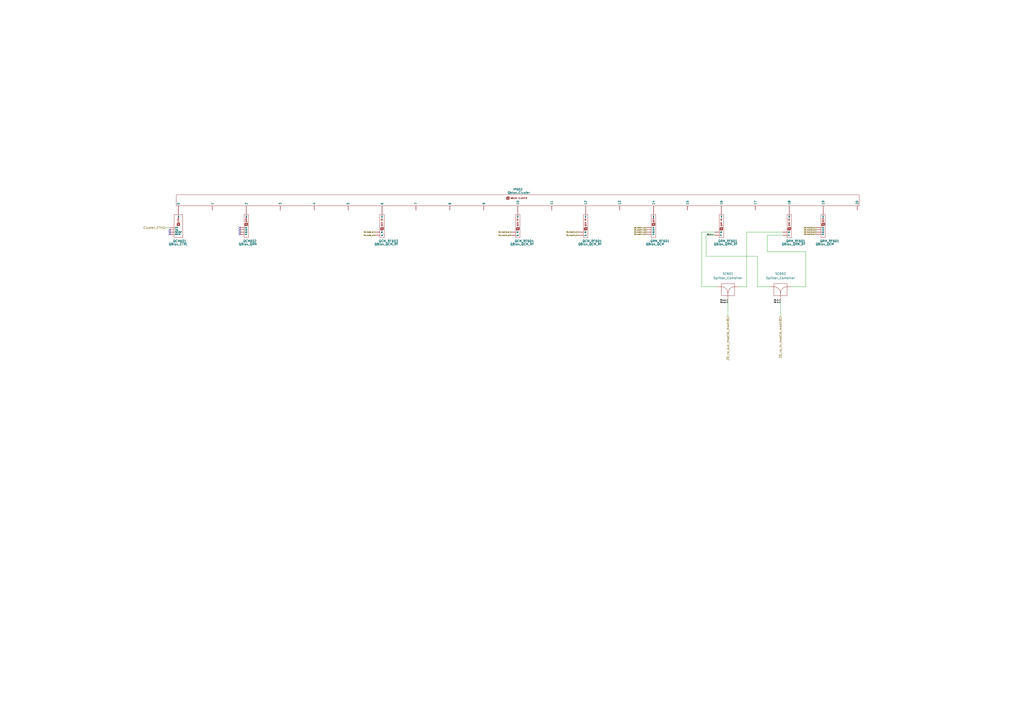
<source format=kicad_sch>
(kicad_sch (version 20230121) (generator eeschema)
  (paper "A2")
  (lib_symbols
    (symbol "Quantum Computing:QBlox_CTRL" (on_board no)
      (property "Reference" "QCM" (at -1.905 -2.032 0))
      (property "Value" "QBlox_CTRL" (at -4.445 -3.81 0))
      (symbol "QBlox_CTRL_0_0"
        (rectangle (start -1.27 13.335) (end 3.81 0))
        (polyline (pts (xy 1.905 6.985) (xy 2.1394 7.2206) (xy 2.124 8.4684) (xy 0.8708 8.4836) (xy 0.7311 8.3405) (xy 0.9734 8.3405) (xy 1.923 8.3405) (xy 1.7831 8.1985) (xy 1.6432 8.0564) (xy 0.9734 8.0564) (xy 0.9734 8.3405) (xy 0.7311 8.3405) (xy 0.638 8.2451) (xy 0.4666 8.0695) (xy 0.6456 8.0695) (xy 0.6726 8.0937) (xy 0.7205 8.1365) (xy 0.7768 8.2003) (xy 0.83 8.2695) (xy 0.8307 8.1629) (xy 0.8307 8.1389) (xy 0.8243 8.0818) (xy 0.795 8.0599) (xy 0.7264 8.0564) (xy 0.7223 8.0564) (xy 0.6596 8.0588) (xy 0.6456 8.0695) (xy 0.4666 8.0695) (xy 0.4051 8.0065) (xy 0.4051 7.3909) (xy 0.4065 7.1729) (xy 0.4104 7.0072) (xy 0.4128 6.9647) (xy 0.5472 6.9647) (xy 0.5472 7.9428) (xy 0.8313 7.9428) (xy 0.9734 7.9428) (xy 1.5984 7.9428) (xy 1.5984 7.2893) (xy 0.9734 7.2893) (xy 0.9734 7.9428) (xy 0.8313 7.9428) (xy 0.8313 7.2862) (xy 1.7405 7.2862) (xy 1.7405 7.9875) (xy 1.8832 8.1281) (xy 2.026 8.2688) (xy 2.0182 7.7861) (xy 2.0104 7.3035) (xy 1.8754 7.2948) (xy 1.7405 7.2862) (xy 0.8313 7.2862) (xy 0.8313 7.2445) (xy 0.6892 7.1046) (xy 0.5472 6.9647) (xy 0.4128 6.9647) (xy 0.4169 6.8915) (xy 0.6488 6.8915) (xy 0.7887 7.0336) (xy 0.9286 7.1756) (xy 1.5984 7.1756) (xy 1.5984 7.0829) (xy 1.7263 7.0829) (xy 1.7316 7.146) (xy 1.7585 7.1711) (xy 1.8242 7.1756) (xy 1.9221 7.1756) (xy 1.8257 7.0762) (xy 1.7924 7.042) (xy 1.7465 6.9951) (xy 1.7278 6.9768) (xy 1.7276 6.9776) (xy 1.7267 7.0104) (xy 1.7263 7.0762) (xy 1.7263 7.0829) (xy 1.5984 7.0829) (xy 1.5984 6.8915) (xy 0.6488 6.8915) (xy 0.4169 6.8915) (xy 0.417 6.8898) (xy 0.4265 6.8166) (xy 0.4392 6.7836) (xy 0.441 6.782) (xy 0.4782 6.7697) (xy 0.5557 6.7605) (xy 0.6779 6.7542) (xy 0.8486 6.7506) (xy 1.072 6.7495) (xy 1.6707 6.7495) (xy 1.905 6.985)) (stroke (width 0.01)) (fill (type outline)))
        (text "CTRL" (at 1.27 10.16 900) (effects (font (size 0.8 0.8))))
      )
      (symbol "QBlox_CTRL_1_1"
        (pin output line (at -3.81 5.715 0) (length 2.54) (name "ETH") (number ""))
        (pin output line (at -3.81 1.905 0) (length 2.54) (name "Ref_IN") (number ""))
        (pin output line (at -3.81 3.175 0) (length 2.54) (name "Ref_OUT") (number ""))
        (pin bidirectional line (at 1.27 15.875 270) (length 2.54) (name "SYNC") (number ""))
        (pin output line (at -3.81 4.445 0) (length 2.54) (name "Trig") (number ""))
      )
    )
    (symbol "Quantum Computing:QBlox_QCM" (on_board no)
      (property "Reference" "QCM" (at -1.905 -2.032 0))
      (property "Value" "QBlox_QCM" (at -4.445 -3.81 0))
      (symbol "QBlox_QCM_0_0"
        (rectangle (start -1.27 13.335) (end 1.27 0))
        (polyline (pts (xy 0.635 6.985) (xy 0.8694 7.2206) (xy 0.854 8.4684) (xy -0.3992 8.4836) (xy -0.5389 8.3405) (xy -0.2966 8.3405) (xy 0.653 8.3405) (xy 0.5131 8.1985) (xy 0.3732 8.0564) (xy -0.2966 8.0564) (xy -0.2966 8.3405) (xy -0.5389 8.3405) (xy -0.632 8.2451) (xy -0.8034 8.0695) (xy -0.6244 8.0695) (xy -0.5974 8.0937) (xy -0.5495 8.1365) (xy -0.4932 8.2003) (xy -0.44 8.2695) (xy -0.4393 8.1629) (xy -0.4393 8.1389) (xy -0.4457 8.0818) (xy -0.475 8.0599) (xy -0.5436 8.0564) (xy -0.5477 8.0564) (xy -0.6104 8.0588) (xy -0.6244 8.0695) (xy -0.8034 8.0695) (xy -0.8649 8.0065) (xy -0.8649 7.3909) (xy -0.8635 7.1729) (xy -0.8596 7.0072) (xy -0.8572 6.9647) (xy -0.7228 6.9647) (xy -0.7228 7.9428) (xy -0.4387 7.9428) (xy -0.2966 7.9428) (xy 0.3284 7.9428) (xy 0.3284 7.2893) (xy -0.2966 7.2893) (xy -0.2966 7.9428) (xy -0.4387 7.9428) (xy -0.4387 7.2862) (xy 0.4705 7.2862) (xy 0.4705 7.9875) (xy 0.6132 8.1281) (xy 0.756 8.2688) (xy 0.7482 7.7861) (xy 0.7404 7.3035) (xy 0.6054 7.2948) (xy 0.4705 7.2862) (xy -0.4387 7.2862) (xy -0.4387 7.2445) (xy -0.5808 7.1046) (xy -0.7228 6.9647) (xy -0.8572 6.9647) (xy -0.8531 6.8915) (xy -0.6212 6.8915) (xy -0.4813 7.0336) (xy -0.3414 7.1756) (xy 0.3284 7.1756) (xy 0.3284 7.0829) (xy 0.4563 7.0829) (xy 0.4616 7.146) (xy 0.4885 7.1711) (xy 0.5542 7.1756) (xy 0.6521 7.1756) (xy 0.5557 7.0762) (xy 0.5224 7.042) (xy 0.4765 6.9951) (xy 0.4578 6.9768) (xy 0.4576 6.9776) (xy 0.4567 7.0104) (xy 0.4563 7.0762) (xy 0.4563 7.0829) (xy 0.3284 7.0829) (xy 0.3284 6.8915) (xy -0.6212 6.8915) (xy -0.8531 6.8915) (xy -0.853 6.8898) (xy -0.8435 6.8166) (xy -0.8308 6.7836) (xy -0.829 6.782) (xy -0.7918 6.7697) (xy -0.7143 6.7605) (xy -0.5921 6.7542) (xy -0.4214 6.7506) (xy -0.198 6.7495) (xy 0.4007 6.7495) (xy 0.635 6.985)) (stroke (width 0.01)) (fill (type outline)))
        (text "QCM" (at 0 10.16 900) (effects (font (size 0.8 0.8))))
      )
      (symbol "QBlox_QCM_1_1"
        (pin bidirectional line (at 0 15.875 270) (length 2.54) (name "SYNC") (number ""))
        (pin output line (at -3.81 5.715 0) (length 2.54) (name "o1") (number ""))
        (pin output line (at -3.81 4.445 0) (length 2.54) (name "o2") (number ""))
        (pin output line (at -3.81 3.175 0) (length 2.54) (name "o3") (number ""))
        (pin output line (at -3.81 1.905 0) (length 2.54) (name "o4") (number ""))
      )
    )
    (symbol "Quantum Computing:QBlox_QCM_RF" (on_board no)
      (property "Reference" "QCM_RF" (at -1.905 -2.032 0))
      (property "Value" "QBlox_QCM_RF" (at -4.445 -3.81 0))
      (symbol "QBlox_QCM_RF_0_0"
        (rectangle (start -1.27 13.335) (end 1.27 0))
        (polyline (pts (xy 0.635 4.445) (xy 0.8694 4.6806) (xy 0.854 5.9284) (xy -0.3992 5.9436) (xy -0.5389 5.8005) (xy -0.2966 5.8005) (xy 0.653 5.8005) (xy 0.5131 5.6585) (xy 0.3732 5.5164) (xy -0.2966 5.5164) (xy -0.2966 5.8005) (xy -0.5389 5.8005) (xy -0.632 5.7051) (xy -0.8034 5.5295) (xy -0.6244 5.5295) (xy -0.5974 5.5537) (xy -0.5495 5.5965) (xy -0.4932 5.6603) (xy -0.44 5.7295) (xy -0.4393 5.6229) (xy -0.4393 5.5989) (xy -0.4457 5.5418) (xy -0.475 5.5199) (xy -0.5436 5.5164) (xy -0.5477 5.5164) (xy -0.6104 5.5188) (xy -0.6244 5.5295) (xy -0.8034 5.5295) (xy -0.8649 5.4665) (xy -0.8649 4.8509) (xy -0.8635 4.6329) (xy -0.8596 4.4672) (xy -0.8572 4.4247) (xy -0.7228 4.4247) (xy -0.7228 5.4028) (xy -0.4387 5.4028) (xy -0.2966 5.4028) (xy 0.3284 5.4028) (xy 0.3284 4.7493) (xy -0.2966 4.7493) (xy -0.2966 5.4028) (xy -0.4387 5.4028) (xy -0.4387 4.7462) (xy 0.4705 4.7462) (xy 0.4705 5.4475) (xy 0.6132 5.5881) (xy 0.756 5.7288) (xy 0.7482 5.2461) (xy 0.7404 4.7635) (xy 0.6054 4.7548) (xy 0.4705 4.7462) (xy -0.4387 4.7462) (xy -0.4387 4.7045) (xy -0.5808 4.5646) (xy -0.7228 4.4247) (xy -0.8572 4.4247) (xy -0.8531 4.3515) (xy -0.6212 4.3515) (xy -0.4813 4.4936) (xy -0.3414 4.6356) (xy 0.3284 4.6356) (xy 0.3284 4.5429) (xy 0.4563 4.5429) (xy 0.4616 4.606) (xy 0.4885 4.6311) (xy 0.5542 4.6356) (xy 0.6521 4.6356) (xy 0.5557 4.5362) (xy 0.5224 4.502) (xy 0.4765 4.4551) (xy 0.4578 4.4368) (xy 0.4576 4.4376) (xy 0.4567 4.4704) (xy 0.4563 4.5362) (xy 0.4563 4.5429) (xy 0.3284 4.5429) (xy 0.3284 4.3515) (xy -0.6212 4.3515) (xy -0.8531 4.3515) (xy -0.853 4.3498) (xy -0.8435 4.2766) (xy -0.8308 4.2436) (xy -0.829 4.242) (xy -0.7918 4.2297) (xy -0.7143 4.2205) (xy -0.5921 4.2142) (xy -0.4214 4.2106) (xy -0.198 4.2095) (xy 0.4007 4.2095) (xy 0.635 4.445)) (stroke (width 0.01)) (fill (type outline)))
        (text "QCM RF" (at 0 8.89 900) (effects (font (size 0.8 0.8))))
      )
      (symbol "QBlox_QCM_RF_1_1"
        (pin bidirectional line (at 0 15.875 270) (length 2.54) (name "SYNC") (number ""))
        (pin output line (at -3.81 3.175 0) (length 2.54) (name "o1") (number ""))
        (pin output line (at -3.81 1.27 0) (length 2.54) (name "o2") (number ""))
      )
    )
    (symbol "Quantum Computing:QBlox_QRM" (on_board no)
      (property "Reference" "QRM" (at -1.905 -2.032 0))
      (property "Value" "QBlox_QRM" (at -4.445 -3.81 0))
      (symbol "QBlox_QRM_0_0"
        (rectangle (start -1.27 13.335) (end 1.27 0))
        (polyline (pts (xy 0.635 6.985) (xy 0.8694 7.2206) (xy 0.854 8.4684) (xy -0.3992 8.4836) (xy -0.5389 8.3405) (xy -0.2966 8.3405) (xy 0.653 8.3405) (xy 0.5131 8.1985) (xy 0.3732 8.0564) (xy -0.2966 8.0564) (xy -0.2966 8.3405) (xy -0.5389 8.3405) (xy -0.632 8.2451) (xy -0.8034 8.0695) (xy -0.6244 8.0695) (xy -0.5974 8.0937) (xy -0.5495 8.1365) (xy -0.4932 8.2003) (xy -0.44 8.2695) (xy -0.4393 8.1629) (xy -0.4393 8.1389) (xy -0.4457 8.0818) (xy -0.475 8.0599) (xy -0.5436 8.0564) (xy -0.5477 8.0564) (xy -0.6104 8.0588) (xy -0.6244 8.0695) (xy -0.8034 8.0695) (xy -0.8649 8.0065) (xy -0.8649 7.3909) (xy -0.8635 7.1729) (xy -0.8596 7.0072) (xy -0.8572 6.9647) (xy -0.7228 6.9647) (xy -0.7228 7.9428) (xy -0.4387 7.9428) (xy -0.2966 7.9428) (xy 0.3284 7.9428) (xy 0.3284 7.2893) (xy -0.2966 7.2893) (xy -0.2966 7.9428) (xy -0.4387 7.9428) (xy -0.4387 7.2862) (xy 0.4705 7.2862) (xy 0.4705 7.9875) (xy 0.6132 8.1281) (xy 0.756 8.2688) (xy 0.7482 7.7861) (xy 0.7404 7.3035) (xy 0.6054 7.2948) (xy 0.4705 7.2862) (xy -0.4387 7.2862) (xy -0.4387 7.2445) (xy -0.5808 7.1046) (xy -0.7228 6.9647) (xy -0.8572 6.9647) (xy -0.8531 6.8915) (xy -0.6212 6.8915) (xy -0.4813 7.0336) (xy -0.3414 7.1756) (xy 0.3284 7.1756) (xy 0.3284 7.0829) (xy 0.4563 7.0829) (xy 0.4616 7.146) (xy 0.4885 7.1711) (xy 0.5542 7.1756) (xy 0.6521 7.1756) (xy 0.5557 7.0762) (xy 0.5224 7.042) (xy 0.4765 6.9951) (xy 0.4578 6.9768) (xy 0.4576 6.9776) (xy 0.4567 7.0104) (xy 0.4563 7.0762) (xy 0.4563 7.0829) (xy 0.3284 7.0829) (xy 0.3284 6.8915) (xy -0.6212 6.8915) (xy -0.8531 6.8915) (xy -0.853 6.8898) (xy -0.8435 6.8166) (xy -0.8308 6.7836) (xy -0.829 6.782) (xy -0.7918 6.7697) (xy -0.7143 6.7605) (xy -0.5921 6.7542) (xy -0.4214 6.7506) (xy -0.198 6.7495) (xy 0.4007 6.7495) (xy 0.635 6.985)) (stroke (width 0.01)) (fill (type outline)))
        (text "QRM" (at 0 10.16 900) (effects (font (size 0.8 0.8))))
      )
      (symbol "QBlox_QRM_1_1"
        (pin bidirectional line (at 0 15.875 270) (length 2.54) (name "SYNC") (number ""))
        (pin output line (at -3.81 5.715 0) (length 2.54) (name "o1") (number ""))
        (pin output line (at -3.81 4.445 0) (length 2.54) (name "o2") (number ""))
        (pin output line (at -3.81 3.175 0) (length 2.54) (name "o3") (number ""))
        (pin output line (at -3.81 1.905 0) (length 2.54) (name "o4") (number ""))
      )
    )
    (symbol "Quantum Computing:QBlox_QRM_RF" (on_board no)
      (property "Reference" "QRM_RF" (at -1.905 -2.032 0))
      (property "Value" "QBlox_QRM_RF" (at -4.445 -3.81 0))
      (symbol "QBlox_QRM_RF_0_0"
        (rectangle (start -1.27 13.335) (end 1.27 0))
        (polyline (pts (xy 0.635 4.445) (xy 0.8694 4.6806) (xy 0.854 5.9284) (xy -0.3992 5.9436) (xy -0.5389 5.8005) (xy -0.2966 5.8005) (xy 0.653 5.8005) (xy 0.5131 5.6585) (xy 0.3732 5.5164) (xy -0.2966 5.5164) (xy -0.2966 5.8005) (xy -0.5389 5.8005) (xy -0.632 5.7051) (xy -0.8034 5.5295) (xy -0.6244 5.5295) (xy -0.5974 5.5537) (xy -0.5495 5.5965) (xy -0.4932 5.6603) (xy -0.44 5.7295) (xy -0.4393 5.6229) (xy -0.4393 5.5989) (xy -0.4457 5.5418) (xy -0.475 5.5199) (xy -0.5436 5.5164) (xy -0.5477 5.5164) (xy -0.6104 5.5188) (xy -0.6244 5.5295) (xy -0.8034 5.5295) (xy -0.8649 5.4665) (xy -0.8649 4.8509) (xy -0.8635 4.6329) (xy -0.8596 4.4672) (xy -0.8572 4.4247) (xy -0.7228 4.4247) (xy -0.7228 5.4028) (xy -0.4387 5.4028) (xy -0.2966 5.4028) (xy 0.3284 5.4028) (xy 0.3284 4.7493) (xy -0.2966 4.7493) (xy -0.2966 5.4028) (xy -0.4387 5.4028) (xy -0.4387 4.7462) (xy 0.4705 4.7462) (xy 0.4705 5.4475) (xy 0.6132 5.5881) (xy 0.756 5.7288) (xy 0.7482 5.2461) (xy 0.7404 4.7635) (xy 0.6054 4.7548) (xy 0.4705 4.7462) (xy -0.4387 4.7462) (xy -0.4387 4.7045) (xy -0.5808 4.5646) (xy -0.7228 4.4247) (xy -0.8572 4.4247) (xy -0.8531 4.3515) (xy -0.6212 4.3515) (xy -0.4813 4.4936) (xy -0.3414 4.6356) (xy 0.3284 4.6356) (xy 0.3284 4.5429) (xy 0.4563 4.5429) (xy 0.4616 4.606) (xy 0.4885 4.6311) (xy 0.5542 4.6356) (xy 0.6521 4.6356) (xy 0.5557 4.5362) (xy 0.5224 4.502) (xy 0.4765 4.4551) (xy 0.4578 4.4368) (xy 0.4576 4.4376) (xy 0.4567 4.4704) (xy 0.4563 4.5362) (xy 0.4563 4.5429) (xy 0.3284 4.5429) (xy 0.3284 4.3515) (xy -0.6212 4.3515) (xy -0.8531 4.3515) (xy -0.853 4.3498) (xy -0.8435 4.2766) (xy -0.8308 4.2436) (xy -0.829 4.242) (xy -0.7918 4.2297) (xy -0.7143 4.2205) (xy -0.5921 4.2142) (xy -0.4214 4.2106) (xy -0.198 4.2095) (xy 0.4007 4.2095) (xy 0.635 4.445)) (stroke (width 0.01)) (fill (type outline)))
        (text "QRM RF" (at 0 8.89 900) (effects (font (size 0.8 0.8))))
      )
      (symbol "QBlox_QRM_RF_1_1"
        (pin bidirectional line (at 0 15.875 270) (length 2.54) (name "SYNC") (number ""))
        (pin output line (at -3.81 1.27 0) (length 2.54) (name "i1") (number ""))
        (pin output line (at -3.81 3.175 0) (length 2.54) (name "o1") (number ""))
      )
    )
    (symbol "Quantum Computing:Qblox_Cluster"
      (property "Reference" "IP" (at 0 6.985 0))
      (property "Value" "Qblox_Cluster" (at 0.635 5.08 0))
      (symbol "Qblox_Cluster_0_0"
        (rectangle (start -198.12 3.81) (end 198.12 -2.54))
        (polyline (pts (xy -5.08 1.27) (xy -4.8456 1.5056) (xy -4.861 2.7534) (xy -6.1142 2.7686) (xy -6.2539 2.6255) (xy -6.0116 2.6255) (xy -5.062 2.6255) (xy -5.2019 2.4835) (xy -5.3418 2.3414) (xy -6.0116 2.3414) (xy -6.0116 2.6255) (xy -6.2539 2.6255) (xy -6.347 2.5301) (xy -6.5184 2.3545) (xy -6.3394 2.3545) (xy -6.3124 2.3787) (xy -6.2645 2.4215) (xy -6.2082 2.4853) (xy -6.155 2.5545) (xy -6.1543 2.4479) (xy -6.1543 2.4239) (xy -6.1607 2.3668) (xy -6.19 2.3449) (xy -6.2586 2.3414) (xy -6.2627 2.3414) (xy -6.3254 2.3438) (xy -6.3394 2.3545) (xy -6.5184 2.3545) (xy -6.5799 2.2915) (xy -6.5799 1.6759) (xy -6.5785 1.4579) (xy -6.5746 1.2922) (xy -6.5722 1.2497) (xy -6.4378 1.2497) (xy -6.4378 2.2278) (xy -6.1537 2.2278) (xy -6.0116 2.2278) (xy -5.3866 2.2278) (xy -5.3866 1.5743) (xy -6.0116 1.5743) (xy -6.0116 2.2278) (xy -6.1537 2.2278) (xy -6.1537 1.5712) (xy -5.2445 1.5712) (xy -5.2445 2.2725) (xy -5.1018 2.4131) (xy -4.959 2.5538) (xy -4.9668 2.0711) (xy -4.9746 1.5885) (xy -5.1096 1.5798) (xy -5.2445 1.5712) (xy -6.1537 1.5712) (xy -6.1537 1.5295) (xy -6.2958 1.3896) (xy -6.4378 1.2497) (xy -6.5722 1.2497) (xy -6.5681 1.1765) (xy -6.3362 1.1765) (xy -6.1963 1.3186) (xy -6.0564 1.4606) (xy -5.3866 1.4606) (xy -5.3866 1.3679) (xy -5.2587 1.3679) (xy -5.2534 1.431) (xy -5.2265 1.4561) (xy -5.1608 1.4606) (xy -5.0629 1.4606) (xy -5.1593 1.3612) (xy -5.1926 1.327) (xy -5.2385 1.2801) (xy -5.2572 1.2618) (xy -5.2574 1.2626) (xy -5.2583 1.2954) (xy -5.2587 1.3612) (xy -5.2587 1.3679) (xy -5.3866 1.3679) (xy -5.3866 1.1765) (xy -6.3362 1.1765) (xy -6.5681 1.1765) (xy -6.568 1.1748) (xy -6.5585 1.1016) (xy -6.5458 1.0686) (xy -6.544 1.067) (xy -6.5068 1.0547) (xy -6.4293 1.0455) (xy -6.3071 1.0392) (xy -6.1364 1.0356) (xy -5.913 1.0345) (xy -5.3143 1.0345) (xy -5.08 1.27)) (stroke (width 0.01)) (fill (type outline)))
        (text "QBLOX CLUSTER" (at 0.635 1.905 0) (effects (font (size 0.8 0.8))))
      )
      (symbol "Qblox_Cluster_1_1"
        (pin passive line (at -196.85 -5.08 90) (length 2.54) (name "0") (number ""))
        (pin passive line (at -177.165 -5.08 90) (length 2.54) (name "1") (number ""))
        (pin passive line (at 0 -5.08 90) (length 2.54) (name "10") (number ""))
        (pin passive line (at 19.685 -5.08 90) (length 2.54) (name "11") (number ""))
        (pin passive line (at 39.37 -5.08 90) (length 2.54) (name "12") (number ""))
        (pin passive line (at 59.055 -5.08 90) (length 2.54) (name "13") (number ""))
        (pin passive line (at 78.74 -5.08 90) (length 2.54) (name "14") (number ""))
        (pin passive line (at 98.425 -5.08 90) (length 2.54) (name "15") (number ""))
        (pin passive line (at 118.11 -5.08 90) (length 2.54) (name "16") (number ""))
        (pin passive line (at 137.795 -5.08 90) (length 2.54) (name "17") (number ""))
        (pin passive line (at 157.48 -5.08 90) (length 2.54) (name "18") (number ""))
        (pin passive line (at 177.165 -5.08 90) (length 2.54) (name "19") (number ""))
        (pin passive line (at -157.48 -5.08 90) (length 2.54) (name "2") (number ""))
        (pin passive line (at 196.85 -5.08 90) (length 2.54) (name "20") (number ""))
        (pin passive line (at -137.795 -5.08 90) (length 2.54) (name "3") (number ""))
        (pin passive line (at -118.11 -5.08 90) (length 2.54) (name "4") (number ""))
        (pin passive line (at -98.425 -5.08 90) (length 2.54) (name "5") (number ""))
        (pin passive line (at -78.74 -5.08 90) (length 2.54) (name "6") (number ""))
        (pin passive line (at -59.055 -5.08 90) (length 2.54) (name "7") (number ""))
        (pin passive line (at -39.37 -5.08 90) (length 2.54) (name "8") (number ""))
        (pin passive line (at -19.685 -5.08 90) (length 2.54) (name "9") (number ""))
      )
    )
    (symbol "Quantum Computing:Splitter_Combiner" (on_board no)
      (property "Reference" "SC" (at 0 -4.445 0))
      (property "Value" "Splitter_Combiner" (at 0 -6.985 0))
      (symbol "Splitter_Combiner_0_1"
        (arc (start -3.81 0) (mid -1.0971 1.097) (end 0 3.81))
        (rectangle (start -3.81 5.08) (end 3.81 -1.905))
        (polyline (pts (xy 0 3.81) (xy 0 5.08)))
        (arc (start 0 3.81) (mid 1.1114 1.1114) (end 3.81 0))
      )
      (symbol "Splitter_Combiner_1_1"
        (pin bidirectional line (at -6.35 0 0) (length 2.54) (name "") (number ""))
        (pin bidirectional line (at 0 7.62 270) (length 2.54) (name "") (number ""))
        (pin bidirectional line (at 6.35 0 180) (length 2.54) (name "") (number ""))
      )
    )
  )
  (no_connect (at 139.065 132.08))
  (no_connect (at 139.065 133.35))
  (no_connect (at 98.425 134.62))
  (no_connect (at 139.065 134.62))
  (no_connect (at 98.425 133.35))
  (no_connect (at 98.425 135.89))
  (no_connect (at 139.065 135.89))
  (wire (pts (xy 467.36 166.37) (xy 467.36 146.05)))
  (wire (pts (xy 459.105 166.37) (xy 467.36 166.37)))
  (wire (pts (xy 407.035 134.62) (xy 407.035 166.37)))
  (wire (pts (xy 452.755 173.99) (xy 452.755 183.515)))
  (wire (pts (xy 409.575 148.59) (xy 409.575 136.525)))
  (wire (pts (xy 407.035 166.37) (xy 415.925 166.37)))
  (wire (pts (xy 467.36 146.05) (xy 445.135 146.05)))
  (wire (pts (xy 422.275 173.99) (xy 422.275 183.515)))
  (wire (pts (xy 428.625 166.37) (xy 433.07 166.37)))
  (wire (pts (xy 414.655 134.62) (xy 407.035 134.62)))
  (wire (pts (xy 409.575 136.525) (xy 414.655 136.525)))
  (wire (pts (xy 95.885 132.08) (xy 98.425 132.08)))
  (wire (pts (xy 446.405 166.37) (xy 439.42 166.37)))
  (wire (pts (xy 439.42 148.59) (xy 409.575 148.59)))
  (wire (pts (xy 433.07 166.37) (xy 433.07 134.62)))
  (wire (pts (xy 445.135 136.525) (xy 454.025 136.525)))
  (wire (pts (xy 439.42 166.37) (xy 439.42 148.59)))
  (wire (pts (xy 433.07 134.62) (xy 454.025 134.62)))
  (wire (pts (xy 445.135 146.05) (xy 445.135 136.525)))
  (label "RO_in_1" (at 452.755 174.625 180) (effects (font (size 0.64 0.64))))
  (label "RO_in_2" (at 452.755 175.895 180) (effects (font (size 0.64 0.64))))
  (label "RO_out_1" (at 422.275 174.625 180) (effects (font (size 0.64 0.64))))
  (label "RO_in_1" (at 414.02 136.525 180) (effects (font (size 0.64 0.64))))
  (label "RO_out_2" (at 422.275 175.895 180) (effects (font (size 0.64 0.64))))
  (hierarchical_label "20_mod12_o2" (shape input) (at 335.915 136.525 180) (effects (font (size 0.64 0.64))))
  (hierarchical_label "20_mod10_o1" (shape input) (at 296.545 134.62 180) (effects (font (size 0.64 0.64))))
  (hierarchical_label "20_mod6_o2" (shape input) (at 217.805 136.525 180) (effects (font (size 0.64 0.64))))
  (hierarchical_label "20_mod14_o4" (shape input) (at 375.285 135.89 180) (effects (font (size 0.64 0.64))))
  (hierarchical_label "20_mod14_o3" (shape input) (at 375.285 134.62 180) (effects (font (size 0.64 0.64))))
  (hierarchical_label "20_mod14_o2" (shape input) (at 375.285 133.35 180) (effects (font (size 0.64 0.64))))
  (hierarchical_label "20_mod19_o2" (shape input) (at 473.71 133.35 180) (effects (font (size 0.64 0.64))))
  (hierarchical_label "20_mod10_o2" (shape input) (at 296.545 136.525 180) (effects (font (size 0.64 0.64))))
  (hierarchical_label "Cluster_ETH" (shape input) (at 95.885 132.08 180))
  (hierarchical_label "20_mod12_o1" (shape input) (at 335.915 134.62 180) (effects (font (size 0.64 0.64))))
  (hierarchical_label "20_mod14_o1" (shape input) (at 375.285 132.08 180) (effects (font (size 0.64 0.64))))
  (hierarchical_label "20_ro_in_mod16_mod18" (shape input) (at 452.755 183.515 270))
  (hierarchical_label "20_mod19_o1" (shape input) (at 473.71 132.08 180) (effects (font (size 0.64 0.64))))
  (hierarchical_label "20_ro_out_mod16_mod18" (shape input) (at 422.275 183.515 270))
  (hierarchical_label "20_mod19_o4" (shape input) (at 473.71 135.89 180) (effects (font (size 0.64 0.64))))
  (hierarchical_label "20_mod19_o3" (shape input) (at 473.71 134.62 180) (effects (font (size 0.64 0.64))))
  (hierarchical_label "20_mod6_o1" (shape input) (at 217.805 134.62 180) (effects (font (size 0.64 0.64))))
  (symbol (lib_id "Quantum Computing:QBlox_QCM") (at 477.52 137.795 0) (unit 1) (on_board no)
    (property "Reference" "QRM_RF601" (at 475.615 139.827 0) (effects (justify left)))
    (property "Value" "QBlox_QCM" (at 473.075 141.605 0) (effects (justify left)))
    (instances (project "KiCad 25qF" (path "" (reference "QRM_RF601") (unit 1)) (path "" (reference "QCM803") (unit 1))))
  )
  (symbol (lib_id "Quantum Computing:Splitter_Combiner") (at 452.755 166.37 180) (unit 1) (on_board no)
    (property "Reference" "SC602" (at 452.755 158.75 0))
    (property "Value" "Splitter_Combiner" (at 452.755 161.29 0))
    (instances (project "KiCad 25qF" (path "" (reference "SC602") (unit 1)) (path "" (reference "SC802") (unit 1))))
  )
  (symbol (lib_id "Quantum Computing:QBlox_QRM_RF") (at 457.835 137.795 0) (unit 1) (on_board no)
    (property "Reference" "QRM_RF601" (at 455.93 139.827 0) (effects (justify left)))
    (property "Value" "QBlox_QRM_RF" (at 453.39 141.605 0) (effects (justify left)))
    (instances (project "KiCad 25qF" (path "" (reference "QRM_RF601") (unit 1)) (path "" (reference "QRM_RF802") (unit 1))))
  )
  (symbol (lib_id "Quantum Computing:QBlox_QCM") (at 379.095 137.795 0) (unit 1) (on_board no)
    (property "Reference" "QRM_RF601" (at 377.19 139.827 0) (effects (justify left)))
    (property "Value" "QBlox_QCM" (at 374.65 141.605 0) (effects (justify left)))
    (instances (project "KiCad 25qF" (path "" (reference "QRM_RF601") (unit 1)) (path "" (reference "QCM802") (unit 1))))
  )
  (symbol (lib_id "Quantum Computing:QBlox_QRM") (at 142.875 137.795 0) (unit 1) (on_board no)
    (property "Reference" "QCM602" (at 140.97 139.827 0) (effects (justify left)))
    (property "Value" "QBlox_QRM" (at 138.43 141.605 0) (effects (justify left)))
    (instances (project "KiCad 25qF" (path "" (reference "QCM602") (unit 1)) (path "" (reference "QRM801") (unit 1))))
  )
  (symbol (lib_id "Quantum Computing:QBlox_QCM_RF") (at 339.725 137.795 0) (unit 1) (on_board no)
    (property "Reference" "QCM_RF604" (at 337.82 139.827 0) (effects (justify left)))
    (property "Value" "QBlox_QCM_RF" (at 335.28 141.605 0) (effects (justify left)))
    (instances (project "KiCad 25qF" (path "" (reference "QCM_RF604") (unit 1)) (path "" (reference "QCM_RF803") (unit 1))))
  )
  (symbol (lib_id "Quantum Computing:QBlox_QCM_RF") (at 221.615 137.795 0) (unit 1) (on_board no)
    (property "Reference" "QCM_RF603" (at 219.71 139.827 0) (effects (justify left)))
    (property "Value" "QBlox_QCM_RF" (at 217.17 141.605 0) (effects (justify left)))
    (instances (project "KiCad 25qF" (path "" (reference "QCM_RF603") (unit 1)) (path "" (reference "QCM_RF801") (unit 1))))
  )
  (symbol (lib_id "Quantum Computing:Qblox_Cluster") (at 300.355 116.84 0) (unit 1)
    (property "Reference" "IP602" (at 300.355 109.855 0))
    (property "Value" "Qblox_Cluster" (at 300.99 111.76 0))
    (instances (project "KiCad 25qF" (path "" (reference "IP602") (unit 1)) (path "" (reference "IP801") (unit 1))))
  )
  (symbol (lib_id "Quantum Computing:QBlox_CTRL") (at 102.235 137.795 0) (unit 1) (on_board no)
    (property "Reference" "QCM601" (at 100.33 139.827 0) (effects (justify left)))
    (property "Value" "QBlox_CTRL" (at 97.79 141.605 0) (effects (justify left)))
    (instances (project "KiCad 25qF" (path "" (reference "QCM601") (unit 1)) (path "" (reference "QCM801") (unit 1))))
  )
  (symbol (lib_id "Quantum Computing:QBlox_QRM_RF") (at 418.465 137.795 0) (unit 1) (on_board no)
    (property "Reference" "QRM_RF601" (at 416.56 139.827 0) (effects (justify left)))
    (property "Value" "QBlox_QRM_RF" (at 414.02 141.605 0) (effects (justify left)))
    (instances (project "KiCad 25qF" (path "" (reference "QRM_RF601") (unit 1)) (path "" (reference "QRM_RF801") (unit 1))))
  )
  (symbol (lib_id "Quantum Computing:QBlox_QCM_RF") (at 300.355 137.795 0) (unit 1) (on_board no)
    (property "Reference" "QCM_RF604" (at 298.45 139.827 0) (effects (justify left)))
    (property "Value" "QBlox_QCM_RF" (at 295.91 141.605 0) (effects (justify left)))
    (instances (project "KiCad 25qF" (path "" (reference "QCM_RF604") (unit 1)) (path "" (reference "QCM_RF802") (unit 1))))
  )
  (symbol (lib_id "Quantum Computing:Splitter_Combiner") (at 422.275 166.37 180) (unit 1) (on_board no)
    (property "Reference" "SC601" (at 422.275 158.75 0))
    (property "Value" "Splitter_Combiner" (at 422.275 161.29 0))
    (instances (project "KiCad 25qF" (path "" (reference "SC601") (unit 1)) (path "" (reference "SC801") (unit 1))))
  )
)
</source>
